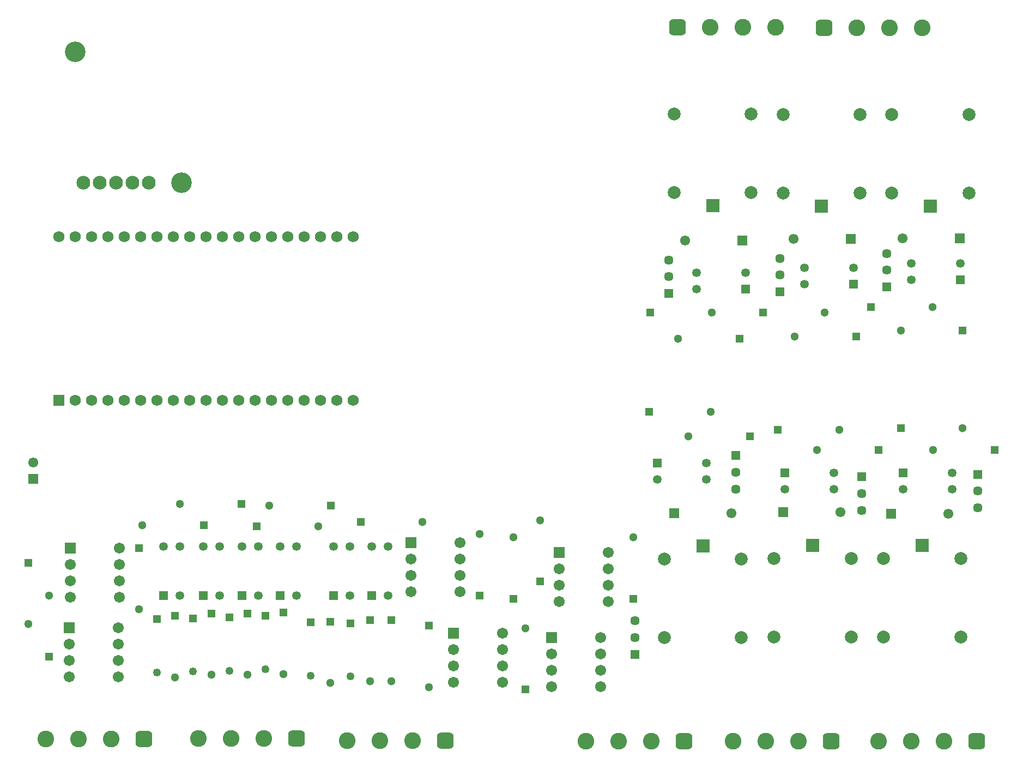
<source format=gbr>
G04*
G04 #@! TF.GenerationSoftware,Altium Limited,Altium Designer,24.5.2 (23)*
G04*
G04 Layer_Color=16711935*
%FSLAX44Y44*%
%MOMM*%
G71*
G04*
G04 #@! TF.SameCoordinates,3DF9ACDB-7C99-40C3-A0CA-608631173261*
G04*
G04*
G04 #@! TF.FilePolarity,Negative*
G04*
G01*
G75*
%ADD15C,2.6032*%
G04:AMPARAMS|DCode=16|XSize=2.6032mm|YSize=2.6032mm|CornerRadius=0.7016mm|HoleSize=0mm|Usage=FLASHONLY|Rotation=180.000|XOffset=0mm|YOffset=0mm|HoleType=Round|Shape=RoundedRectangle|*
%AMROUNDEDRECTD16*
21,1,2.6032,1.2000,0,0,180.0*
21,1,1.2000,2.6032,0,0,180.0*
1,1,1.4032,-0.6000,0.6000*
1,1,1.4032,0.6000,0.6000*
1,1,1.4032,0.6000,-0.6000*
1,1,1.4032,-0.6000,-0.6000*
%
%ADD16ROUNDEDRECTD16*%
%ADD17R,1.7332X1.7332*%
%ADD18C,1.7332*%
%ADD19C,1.3500*%
%ADD20R,1.3500X1.3500*%
%ADD21C,1.3000*%
%ADD22R,1.3000X1.3000*%
%ADD23C,1.4500*%
%ADD24R,1.4500X1.4500*%
%ADD25C,1.5500*%
%ADD26R,1.5500X1.5500*%
%ADD27C,2.0000*%
%ADD28R,2.0000X2.0000*%
%ADD29R,1.3000X1.3000*%
%ADD30C,1.7032*%
%ADD31R,1.7032X1.7032*%
%ADD32R,1.3500X1.3500*%
%ADD33C,1.2500*%
%ADD34R,1.2500X1.2500*%
%ADD35C,3.2032*%
%ADD36C,2.1336*%
%ADD37R,1.5500X1.5500*%
D15*
X1682750Y1253490D02*
D03*
X1631950D02*
D03*
X1581150D02*
D03*
X1910080Y1252220D02*
D03*
X1859280D02*
D03*
X1808480D02*
D03*
X1842770Y144780D02*
D03*
X1893570D02*
D03*
X1944370D02*
D03*
X1616710D02*
D03*
X1667510D02*
D03*
X1718310D02*
D03*
X1017270Y146050D02*
D03*
X1068070D02*
D03*
X1118870D02*
D03*
X786130Y149170D02*
D03*
X836930D02*
D03*
X887730D02*
D03*
X548640Y148590D02*
D03*
X599440D02*
D03*
X650240D02*
D03*
X1388110Y144780D02*
D03*
X1438910D02*
D03*
X1489710D02*
D03*
D16*
X1530350Y1253490D02*
D03*
X1757680Y1252220D02*
D03*
X1995170Y144780D02*
D03*
X1769110D02*
D03*
X1169670Y146050D02*
D03*
X938530Y149170D02*
D03*
X701040Y148590D02*
D03*
X1540510Y144780D02*
D03*
D17*
X569060Y674370D02*
D03*
D18*
X594460D02*
D03*
X619860D02*
D03*
X645260D02*
D03*
X670660D02*
D03*
X696060D02*
D03*
X721460D02*
D03*
X746860D02*
D03*
X772260D02*
D03*
X797660D02*
D03*
X823060D02*
D03*
X848460D02*
D03*
X873860D02*
D03*
X899260D02*
D03*
X924660D02*
D03*
X950060D02*
D03*
X975460D02*
D03*
X1000860D02*
D03*
X1026260D02*
D03*
Y928370D02*
D03*
X1000860D02*
D03*
X975460D02*
D03*
X950060D02*
D03*
X924660D02*
D03*
X899260D02*
D03*
X873860D02*
D03*
X848460D02*
D03*
X823060D02*
D03*
X797660D02*
D03*
X772260D02*
D03*
X746860D02*
D03*
X721460D02*
D03*
X696060D02*
D03*
X670660D02*
D03*
X645260D02*
D03*
X619860D02*
D03*
X594460D02*
D03*
X569060D02*
D03*
D19*
X1574800Y576580D02*
D03*
Y551180D02*
D03*
X1498600D02*
D03*
X1559560Y847090D02*
D03*
Y872490D02*
D03*
X1635760D02*
D03*
X1957070Y561340D02*
D03*
Y535940D02*
D03*
X1880870D02*
D03*
X1772920Y561340D02*
D03*
Y535940D02*
D03*
X1696720D02*
D03*
X1727200Y854710D02*
D03*
Y880110D02*
D03*
X1803400D02*
D03*
X1893570Y861060D02*
D03*
Y886460D02*
D03*
X1969770D02*
D03*
X853440Y447040D02*
D03*
X878840D02*
D03*
Y370840D02*
D03*
X793750Y447040D02*
D03*
X819150D02*
D03*
Y370840D02*
D03*
X731520Y447040D02*
D03*
X756920D02*
D03*
Y370840D02*
D03*
X1055370Y447040D02*
D03*
X1080770D02*
D03*
Y370840D02*
D03*
X995680Y447040D02*
D03*
X1021080D02*
D03*
Y370840D02*
D03*
X913130Y447040D02*
D03*
X938530D02*
D03*
Y370840D02*
D03*
D20*
X1498600Y576580D02*
D03*
X1635760Y847090D02*
D03*
X1880870Y561340D02*
D03*
X1696720D02*
D03*
X1803400Y854710D02*
D03*
X1969770Y861060D02*
D03*
D21*
X1927050Y596900D02*
D03*
X1583230Y810260D02*
D03*
X1530810Y769620D02*
D03*
X1973120Y631190D02*
D03*
X1781350Y628650D02*
D03*
X1712420Y773430D02*
D03*
X1746710Y596900D02*
D03*
X1758490Y810260D02*
D03*
X1581960Y656590D02*
D03*
X1877520Y782320D02*
D03*
X1547320Y618490D02*
D03*
X1926130Y819150D02*
D03*
X1461770Y461820D02*
D03*
X553720Y371650D02*
D03*
X1144270Y229060D02*
D03*
X1085850Y237950D02*
D03*
X521970Y326850D02*
D03*
X1294130Y320850D02*
D03*
X1223010Y466900D02*
D03*
X862330Y248110D02*
D03*
X806450D02*
D03*
X749300Y244300D02*
D03*
X1052830Y237950D02*
D03*
X990600Y235410D02*
D03*
X918210Y249380D02*
D03*
X1316990Y488490D02*
D03*
X1275080Y461820D02*
D03*
X757380Y513080D02*
D03*
X698960Y480060D02*
D03*
X693420Y349710D02*
D03*
X1133650Y485140D02*
D03*
X895810Y510540D02*
D03*
X972360Y478790D02*
D03*
D22*
X2022650Y596900D02*
D03*
X1487630Y810260D02*
D03*
X1626410Y769620D02*
D03*
X1877520Y631190D02*
D03*
X1685750Y628650D02*
D03*
X1808020Y773430D02*
D03*
X1842310Y596900D02*
D03*
X1662890Y810260D02*
D03*
X1486360Y656590D02*
D03*
X1973120Y782320D02*
D03*
X1642920Y618490D02*
D03*
X1830530Y819150D02*
D03*
X852980Y513080D02*
D03*
X794560Y480060D02*
D03*
X1038050Y485140D02*
D03*
X991410Y510540D02*
D03*
X876760Y478790D02*
D03*
D23*
X1996450Y507400D02*
D03*
Y533400D02*
D03*
X1516380Y892140D02*
D03*
Y866140D02*
D03*
X1816110Y503590D02*
D03*
Y529590D02*
D03*
X1689100Y894680D02*
D03*
Y868680D02*
D03*
X1620530Y536610D02*
D03*
Y562610D02*
D03*
X1855460Y902300D02*
D03*
Y876300D02*
D03*
X1464310Y332070D02*
D03*
Y306070D02*
D03*
D24*
X1996450Y559400D02*
D03*
X1516380Y840140D02*
D03*
X1816110Y555590D02*
D03*
X1689100Y842680D02*
D03*
X1620530Y588610D02*
D03*
X1855460Y850300D02*
D03*
X1464310Y280070D02*
D03*
D25*
X1950670Y497840D02*
D03*
X1541830Y922020D02*
D03*
X1783030Y500380D02*
D03*
X1879650Y925830D02*
D03*
X1614120Y499110D02*
D03*
X1710740Y924560D02*
D03*
X529420Y577650D02*
D03*
D26*
X1861870Y497840D02*
D03*
X1630630Y922020D02*
D03*
X1694230Y500380D02*
D03*
X1968450Y925830D02*
D03*
X1525320Y499110D02*
D03*
X1799540Y924560D02*
D03*
D27*
X1970080Y306950D02*
D03*
X1850080D02*
D03*
X1970080Y428950D02*
D03*
X1850080D02*
D03*
X1524650Y1118950D02*
D03*
X1644650D02*
D03*
X1524650Y996950D02*
D03*
X1644650D02*
D03*
X1799900Y306950D02*
D03*
X1679900D02*
D03*
X1799900Y428950D02*
D03*
X1679900D02*
D03*
X1693870Y1117990D02*
D03*
X1813870D02*
D03*
X1693870Y995990D02*
D03*
X1813870D02*
D03*
X1629410Y306070D02*
D03*
X1509410D02*
D03*
X1629410Y428070D02*
D03*
X1509410D02*
D03*
X1862780Y1117990D02*
D03*
X1982780D02*
D03*
X1862780Y995990D02*
D03*
X1982780D02*
D03*
D28*
X1910080Y448950D02*
D03*
X1584650Y976950D02*
D03*
X1739900Y448950D02*
D03*
X1753870Y975990D02*
D03*
X1569410Y448070D02*
D03*
X1922780Y975990D02*
D03*
D29*
X1461770Y366220D02*
D03*
X553720Y276050D02*
D03*
X1144270Y324660D02*
D03*
X1085850Y333550D02*
D03*
X521970Y422450D02*
D03*
X1294130Y225250D02*
D03*
X1223010Y371300D02*
D03*
X862330Y343710D02*
D03*
X806450D02*
D03*
X749300Y339900D02*
D03*
X1052830Y333550D02*
D03*
X990600Y331010D02*
D03*
X918210Y344980D02*
D03*
X1316990Y392890D02*
D03*
X1275080Y366220D02*
D03*
X693420Y445310D02*
D03*
D30*
X661670Y245110D02*
D03*
Y270510D02*
D03*
Y295910D02*
D03*
Y321310D02*
D03*
X585470Y245110D02*
D03*
Y270510D02*
D03*
Y295910D02*
D03*
X1258570Y236220D02*
D03*
Y261620D02*
D03*
Y287020D02*
D03*
Y312420D02*
D03*
X1182370Y236220D02*
D03*
Y261620D02*
D03*
Y287020D02*
D03*
X1192530Y377190D02*
D03*
Y402590D02*
D03*
Y427990D02*
D03*
Y453390D02*
D03*
X1116330Y377190D02*
D03*
Y402590D02*
D03*
Y427990D02*
D03*
X662940Y368300D02*
D03*
Y393700D02*
D03*
Y419100D02*
D03*
Y444500D02*
D03*
X586740Y368300D02*
D03*
Y393700D02*
D03*
Y419100D02*
D03*
X1422400Y361950D02*
D03*
Y387350D02*
D03*
Y412750D02*
D03*
Y438150D02*
D03*
X1346200Y361950D02*
D03*
Y387350D02*
D03*
Y412750D02*
D03*
X1410970Y229870D02*
D03*
Y255270D02*
D03*
Y280670D02*
D03*
Y306070D02*
D03*
X1334770Y229870D02*
D03*
Y255270D02*
D03*
Y280670D02*
D03*
D31*
X585470Y321310D02*
D03*
X1182370Y312420D02*
D03*
X1116330Y453390D02*
D03*
X586740Y444500D02*
D03*
X1346200Y438150D02*
D03*
X1334770Y306070D02*
D03*
D32*
X853440Y370840D02*
D03*
X793750D02*
D03*
X731520D02*
D03*
X1055370D02*
D03*
X995680D02*
D03*
X913130D02*
D03*
D33*
X834390Y254710D02*
D03*
X777240Y253440D02*
D03*
X721360Y252170D02*
D03*
X1022350Y245820D02*
D03*
X960120Y247090D02*
D03*
X890270Y257250D02*
D03*
D34*
X834390Y337110D02*
D03*
X777240Y335840D02*
D03*
X721360Y334570D02*
D03*
X1022350Y328220D02*
D03*
X960120Y329490D02*
D03*
X890270Y339650D02*
D03*
D35*
X759460Y1012190D02*
D03*
X594360Y1215390D02*
D03*
D36*
X607060Y1012190D02*
D03*
X657860D02*
D03*
X632460D02*
D03*
X683260D02*
D03*
X708660D02*
D03*
D37*
X529420Y552650D02*
D03*
M02*

</source>
